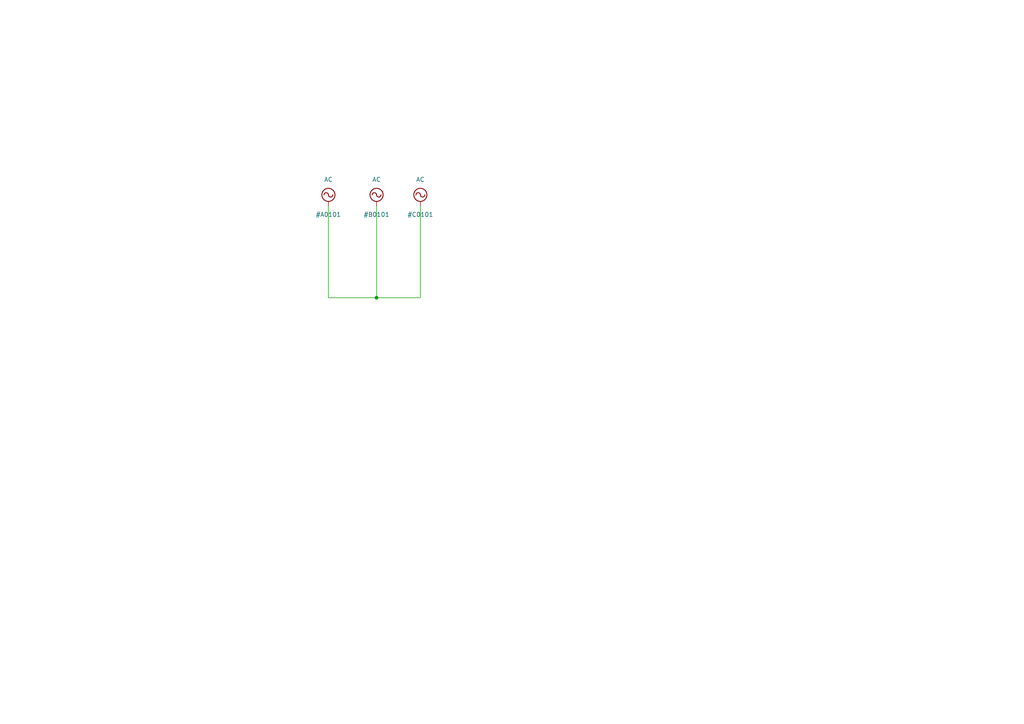
<source format=kicad_sch>
(kicad_sch (version 20231120) (generator "eeschema") (generator_version "8.0")
  (paper "A4")
  (lib_symbols
    (symbol "power:AC" (power) (pin_numbers hide) (pin_names (offset 0) hide)
      (property "Value" "AC" (at 0 6.35 0))
      (symbol "AC_0_1"
        (polyline (pts (xy 0 0) (xy 0 1.27)))
        (arc (start 0 3.175) (mid -0.635 3.8073) (end -1.27 3.175) (stroke (width 0.254)))
        (arc (start 0 3.175) (mid 0.635 2.5427) (end 1.27 3.175) (stroke (width 0.254)))
        (circle (center 0 3.175) (radius 1.905) (stroke (width 0.254)))
      )
      (symbol "AC_1_1"
        (pin power_in line (at 0 0 90) (length 0) (name "~") (number "1"))
      )
    )
  )
  (junction (at 109.22 86.36))
  (wire (pts (xy 95.25 86.36) (xy 95.25 59.69)))
  (wire (pts (xy 121.92 86.36) (xy 109.22 86.36)))
  (wire (pts (xy 109.22 59.69) (xy 109.22 86.36)))
  (wire (pts (xy 121.92 59.69) (xy 121.92 86.36)))
  (wire (pts (xy 95.25 86.36) (xy 109.22 86.36)))
  (symbol (lib_id "power:AC") (at 109.22 59.69 0) (unit 1)
    (property "Reference" "B" (at 109.22 62.23 0))
    (property "Value" "AC" (at 109.22 52.07 0))
    (property "Description" "Power symbol creates a global label with name \"AC\"" (effects (hide yes)))
  )
  (symbol (lib_id "power:AC") (at 95.25 59.69 0) (unit 1)
    (property "Reference" "A" (at 95.25 62.23 0))
    (property "Value" "AC" (at 95.25 52.07 0))
    (property "Description" "Power symbol creates a global label with name \"AC\"" (effects (hide yes)))
  )
  (symbol (lib_id "power:AC") (at 121.92 59.69 0) (unit 1)
    (property "Reference" "C" (at 121.92 62.23 0))
    (property "Value" "AC" (at 121.92 52.07 0))
    (property "Description" "Power symbol creates a global label with name \"AC\"" (effects (hide yes)))
  )
)
</source>
